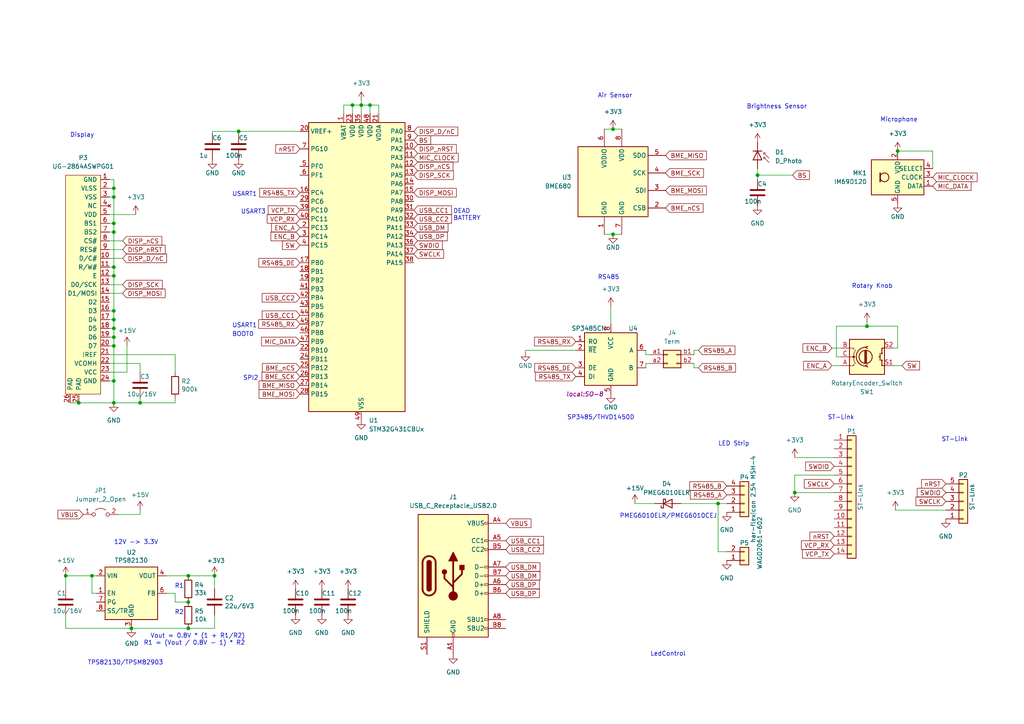
<source format=kicad_sch>
(kicad_sch (version 20230121) (generator eeschema)
  (paper "A4")
  (lib_symbols
    (symbol "Connector:USB_C_Receptacle_USB2.0" (pin_names (offset 1.016))
      (property "Reference" "J" (at -10.16 19.05 0))
      (property "Value" "USB_C_Receptacle_USB2.0" (at 19.05 19.05 0))
      (symbol "USB_C_Receptacle_USB2.0_1_1"
        (pin passive line (at 0 -22.86 90) (length 5.08) (name "GND") (number "A1"))
        (pin passive line (at 0 -22.86 90) (length 5.08) hide (name "GND") (number "A12"))
        (pin passive line (at 15.24 15.24 180) (length 5.08) (name "VBUS") (number "A4"))
        (pin bidirectional line (at 15.24 10.16 180) (length 5.08) (name "CC1") (number "A5"))
        (pin bidirectional line (at 15.24 -2.54 180) (length 5.08) (name "D+") (number "A6"))
        (pin bidirectional line (at 15.24 2.54 180) (length 5.08) (name "D-") (number "A7"))
        (pin bidirectional line (at 15.24 -12.7 180) (length 5.08) (name "SBU1") (number "A8"))
        (pin passive line (at 15.24 15.24 180) (length 5.08) hide (name "VBUS") (number "A9"))
        (pin passive line (at 0 -22.86 90) (length 5.08) hide (name "GND") (number "B1"))
        (pin passive line (at 0 -22.86 90) (length 5.08) hide (name "GND") (number "B12"))
        (pin passive line (at 15.24 15.24 180) (length 5.08) hide (name "VBUS") (number "B4"))
        (pin bidirectional line (at 15.24 7.62 180) (length 5.08) (name "CC2") (number "B5"))
        (pin bidirectional line (at 15.24 -5.08 180) (length 5.08) (name "D+") (number "B6"))
        (pin bidirectional line (at 15.24 0 180) (length 5.08) (name "D-") (number "B7"))
        (pin bidirectional line (at 15.24 -15.24 180) (length 5.08) (name "SBU2") (number "B8"))
        (pin passive line (at 15.24 15.24 180) (length 5.08) hide (name "VBUS") (number "B9"))
        (pin passive line (at -7.62 -22.86 90) (length 5.08) (name "SHIELD") (number "S1"))
      )
    )
    (symbol "Connector_Generic:Conn_01x02" (pin_names (offset 1.016) hide)
      (property "Reference" "J" (at 0 2.54 0))
      (property "Value" "Conn_01x02" (at 0 -5.08 0))
      (symbol "Conn_01x02_1_1"
        (pin passive line (at -5.08 0 0) (length 3.81) (name "Pin_1") (number "1"))
        (pin passive line (at -5.08 -2.54 0) (length 3.81) (name "Pin_2") (number "2"))
      )
    )
    (symbol "Connector_Generic:Conn_01x04" (pin_names (offset 1.016) hide)
      (property "Reference" "J" (at 0 5.08 0))
      (property "Value" "Conn_01x04" (at 0 -7.62 0))
      (symbol "Conn_01x04_1_1"
        (pin passive line (at -5.08 2.54 0) (length 3.81) (name "Pin_1") (number "1"))
        (pin passive line (at -5.08 0 0) (length 3.81) (name "Pin_2") (number "2"))
        (pin passive line (at -5.08 -2.54 0) (length 3.81) (name "Pin_3") (number "3"))
        (pin passive line (at -5.08 -5.08 0) (length 3.81) (name "Pin_4") (number "4"))
      )
    )
    (symbol "Connector_Generic:Conn_01x05" (pin_names (offset 1.016) hide)
      (property "Reference" "J" (at 0 7.62 0))
      (property "Value" "Conn_01x05" (at 0 -7.62 0))
      (symbol "Conn_01x05_1_1"
        (pin passive line (at -5.08 5.08 0) (length 3.81) (name "Pin_1") (number "1"))
        (pin passive line (at -5.08 2.54 0) (length 3.81) (name "Pin_2") (number "2"))
        (pin passive line (at -5.08 0 0) (length 3.81) (name "Pin_3") (number "3"))
        (pin passive line (at -5.08 -2.54 0) (length 3.81) (name "Pin_4") (number "4"))
        (pin passive line (at -5.08 -5.08 0) (length 3.81) (name "Pin_5") (number "5"))
      )
    )
    (symbol "Connector_Generic:Conn_01x14" (pin_names (offset 1.016) hide)
      (property "Reference" "J" (at 0 17.78 0))
      (property "Value" "Conn_01x14" (at 0 -20.32 0))
      (symbol "Conn_01x14_1_1"
        (pin passive line (at -5.08 15.24 0) (length 3.81) (name "Pin_1") (number "1"))
        (pin passive line (at -5.08 -7.62 0) (length 3.81) (name "Pin_10") (number "10"))
        (pin passive line (at -5.08 -10.16 0) (length 3.81) (name "Pin_11") (number "11"))
        (pin passive line (at -5.08 -12.7 0) (length 3.81) (name "Pin_12") (number "12"))
        (pin passive line (at -5.08 -15.24 0) (length 3.81) (name "Pin_13") (number "13"))
        (pin passive line (at -5.08 -17.78 0) (length 3.81) (name "Pin_14") (number "14"))
        (pin passive line (at -5.08 12.7 0) (length 3.81) (name "Pin_2") (number "2"))
        (pin passive line (at -5.08 10.16 0) (length 3.81) (name "Pin_3") (number "3"))
        (pin passive line (at -5.08 7.62 0) (length 3.81) (name "Pin_4") (number "4"))
        (pin passive line (at -5.08 5.08 0) (length 3.81) (name "Pin_5") (number "5"))
        (pin passive line (at -5.08 2.54 0) (length 3.81) (name "Pin_6") (number "6"))
        (pin passive line (at -5.08 0 0) (length 3.81) (name "Pin_7") (number "7"))
        (pin passive line (at -5.08 -2.54 0) (length 3.81) (name "Pin_8") (number "8"))
        (pin passive line (at -5.08 -5.08 0) (length 3.81) (name "Pin_9") (number "9"))
      )
    )
    (symbol "Connector_Generic:Conn_02x02_Row_Letter_First" (pin_names (offset 1.016) hide)
      (property "Reference" "J" (at 1.27 2.54 0))
      (property "Value" "Conn_02x02_Row_Letter_First" (at 1.27 -5.08 0))
      (symbol "Conn_02x02_Row_Letter_First_1_1"
        (pin passive line (at -5.08 0 0) (length 3.81) (name "Pin_a1") (number "a1"))
        (pin passive line (at -5.08 -2.54 0) (length 3.81) (name "Pin_a2") (number "a2"))
        (pin passive line (at 7.62 0 180) (length 3.81) (name "Pin_b1") (number "b1"))
        (pin passive line (at 7.62 -2.54 180) (length 3.81) (name "Pin_b2") (number "b2"))
      )
    )
    (symbol "Device:C" (pin_numbers hide) (pin_names (offset 0.254))
      (property "Reference" "C" (at 0.635 2.54 0))
      (property "Value" "C" (at 0.635 -2.54 0))
      (symbol "C_1_1"
        (pin passive line (at 0 3.81 270) (length 2.794) (name "~") (number "1"))
        (pin passive line (at 0 -3.81 90) (length 2.794) (name "~") (number "2"))
      )
    )
    (symbol "Device:D_Photo" (pin_numbers hide) (pin_names hide)
      (property "Reference" "D" (at 0.508 1.778 0))
      (property "Value" "D_Photo" (at -1.016 -2.794 0))
      (symbol "D_Photo_1_1"
        (pin passive line (at -5.08 0 0) (length 2.54) (name "K") (number "1"))
        (pin passive line (at 2.54 0 180) (length 2.54) (name "A") (number "2"))
      )
    )
    (symbol "Device:D_Schottky" (pin_numbers hide) (pin_names (offset 1.016) hide)
      (property "Reference" "D" (at 0 2.54 0))
      (property "Value" "D_Schottky" (at 0 -2.54 0))
      (symbol "D_Schottky_1_1"
        (pin passive line (at -3.81 0 0) (length 2.54) (name "K") (number "1"))
        (pin passive line (at 3.81 0 180) (length 2.54) (name "A") (number "2"))
      )
    )
    (symbol "Device:R" (pin_numbers hide) (pin_names (offset 0))
      (property "Reference" "R" (at 2.032 0 90))
      (property "Value" "R" (at 0 0 90))
      (symbol "R_1_1"
        (pin passive line (at 0 3.81 270) (length 1.27) (name "~") (number "1"))
        (pin passive line (at 0 -3.81 90) (length 1.27) (name "~") (number "2"))
      )
    )
    (symbol "Device:RotaryEncoder_Switch" (pin_names (offset 0.254) hide)
      (property "Reference" "SW" (at 0 6.604 0))
      (property "Value" "RotaryEncoder_Switch" (at 0 -6.604 0))
      (symbol "RotaryEncoder_Switch_1_1"
        (pin passive line (at -7.62 2.54 0) (length 2.54) (name "A") (number "A"))
        (pin passive line (at -7.62 -2.54 0) (length 2.54) (name "B") (number "B"))
        (pin passive line (at -7.62 0 0) (length 2.54) (name "C") (number "C"))
        (pin passive line (at 7.62 2.54 180) (length 2.54) (name "S1") (number "S1"))
        (pin passive line (at 7.62 -2.54 180) (length 2.54) (name "S2") (number "S2"))
      )
    )
    (symbol "Interface_UART:SP3485CN" (pin_names (offset 1.016))
      (property "Reference" "U" (at -7.62 8.89 0))
      (property "Value" "SP3485CN" (at 2.54 8.89 0))
      (symbol "SP3485CN_1_1"
        (pin output line (at -10.16 5.08 0) (length 2.54) (name "RO") (number "1"))
        (pin input line (at -10.16 2.54 0) (length 2.54) (name "~{RE}") (number "2"))
        (pin input line (at -10.16 -2.54 0) (length 2.54) (name "DE") (number "3"))
        (pin input line (at -10.16 -5.08 0) (length 2.54) (name "DI") (number "4"))
        (pin power_in line (at 0 -10.16 90) (length 2.54) (name "GND") (number "5"))
        (pin bidirectional line (at 10.16 2.54 180) (length 2.54) (name "A") (number "6"))
        (pin bidirectional line (at 10.16 -2.54 180) (length 2.54) (name "B") (number "7"))
        (pin power_in line (at 0 10.16 270) (length 2.54) (name "VCC") (number "8"))
      )
    )
    (symbol "Jumper:Jumper_2_Open" (pin_names (offset 0) hide)
      (property "Reference" "JP" (at 0 2.794 0))
      (property "Value" "Jumper_2_Open" (at 0 -2.286 0))
      (symbol "Jumper_2_Open_1_1"
        (pin passive line (at -5.08 0 0) (length 2.54) (name "A") (number "1"))
        (pin passive line (at 5.08 0 180) (length 2.54) (name "B") (number "2"))
      )
    )
    (symbol "MCU_ST_STM32G4:STM32G431CBUx"
      (property "Reference" "U" (at -12.7 44.45 0))
      (property "Value" "STM32G431CBUx" (at 10.16 44.45 0))
      (symbol "STM32G431CBUx_1_1"
        (pin power_in line (at -2.54 45.72 270) (length 2.54) (name "VBAT") (number "1"))
        (pin bidirectional line (at 17.78 35.56 180) (length 2.54) (name "PA2") (number "10"))
        (pin bidirectional line (at 17.78 33.02 180) (length 2.54) (name "PA3") (number "11"))
        (pin bidirectional line (at 17.78 30.48 180) (length 2.54) (name "PA4") (number "12"))
        (pin bidirectional line (at 17.78 27.94 180) (length 2.54) (name "PA5") (number "13"))
        (pin bidirectional line (at 17.78 25.4 180) (length 2.54) (name "PA6") (number "14"))
        (pin bidirectional line (at 17.78 22.86 180) (length 2.54) (name "PA7") (number "15"))
        (pin bidirectional line (at -15.24 22.86 0) (length 2.54) (name "PC4") (number "16"))
        (pin bidirectional line (at -15.24 2.54 0) (length 2.54) (name "PB0") (number "17"))
        (pin bidirectional line (at -15.24 0 0) (length 2.54) (name "PB1") (number "18"))
        (pin bidirectional line (at -15.24 -2.54 0) (length 2.54) (name "PB2") (number "19"))
        (pin bidirectional line (at -15.24 12.7 0) (length 2.54) (name "PC13") (number "2"))
        (pin input line (at -15.24 40.64 0) (length 2.54) (name "VREF+") (number "20"))
        (pin power_in line (at 7.62 45.72 270) (length 2.54) (name "VDDA") (number "21"))
        (pin bidirectional line (at -15.24 -22.86 0) (length 2.54) (name "PB10") (number "22"))
        (pin power_in line (at 0 45.72 270) (length 2.54) (name "VDD") (number "23"))
        (pin bidirectional line (at -15.24 -25.4 0) (length 2.54) (name "PB11") (number "24"))
        (pin bidirectional line (at -15.24 -27.94 0) (length 2.54) (name "PB12") (number "25"))
        (pin bidirectional line (at -15.24 -30.48 0) (length 2.54) (name "PB13") (number "26"))
        (pin bidirectional line (at -15.24 -33.02 0) (length 2.54) (name "PB14") (number "27"))
        (pin bidirectional line (at -15.24 -35.56 0) (length 2.54) (name "PB15") (number "28"))
        (pin bidirectional line (at -15.24 20.32 0) (length 2.54) (name "PC6") (number "29"))
        (pin bidirectional line (at -15.24 10.16 0) (length 2.54) (name "PC14") (number "3"))
        (pin bidirectional line (at 17.78 20.32 180) (length 2.54) (name "PA8") (number "30"))
        (pin bidirectional line (at 17.78 17.78 180) (length 2.54) (name "PA9") (number "31"))
        (pin bidirectional line (at 17.78 15.24 180) (length 2.54) (name "PA10") (number "32"))
        (pin bidirectional line (at 17.78 12.7 180) (length 2.54) (name "PA11") (number "33"))
        (pin bidirectional line (at 17.78 10.16 180) (length 2.54) (name "PA12") (number "34"))
        (pin power_in line (at 2.54 45.72 270) (length 2.54) (name "VDD") (number "35"))
        (pin bidirectional line (at 17.78 7.62 180) (length 2.54) (name "PA13") (number "36"))
        (pin bidirectional line (at 17.78 5.08 180) (length 2.54) (name "PA14") (number "37"))
        (pin bidirectional line (at 17.78 2.54 180) (length 2.54) (name "PA15") (number "38"))
        (pin bidirectional line (at -15.24 17.78 0) (length 2.54) (name "PC10") (number "39"))
        (pin bidirectional line (at -15.24 7.62 0) (length 2.54) (name "PC15") (number "4"))
        (pin bidirectional line (at -15.24 15.24 0) (length 2.54) (name "PC11") (number "40"))
        (pin bidirectional line (at -15.24 -5.08 0) (length 2.54) (name "PB3") (number "41"))
        (pin bidirectional line (at -15.24 -7.62 0) (length 2.54) (name "PB4") (number "42"))
        (pin bidirectional line (at -15.24 -10.16 0) (length 2.54) (name "PB5") (number "43"))
        (pin bidirectional line (at -15.24 -12.7 0) (length 2.54) (name "PB6") (number "44"))
        (pin bidirectional line (at -15.24 -15.24 0) (length 2.54) (name "PB7") (number "45"))
        (pin bidirectional line (at -15.24 -17.78 0) (length 2.54) (name "PB8") (number "46"))
        (pin bidirectional line (at -15.24 -20.32 0) (length 2.54) (name "PB9") (number "47"))
        (pin power_in line (at 5.08 45.72 270) (length 2.54) (name "VDD") (number "48"))
        (pin power_in line (at 2.54 -43.18 90) (length 2.54) (name "VSS") (number "49"))
        (pin bidirectional line (at -15.24 30.48 0) (length 2.54) (name "PF0") (number "5"))
        (pin bidirectional line (at -15.24 27.94 0) (length 2.54) (name "PF1") (number "6"))
        (pin bidirectional line (at -15.24 35.56 0) (length 2.54) (name "PG10") (number "7"))
        (pin bidirectional line (at 17.78 40.64 180) (length 2.54) (name "PA0") (number "8"))
        (pin bidirectional line (at 17.78 38.1 180) (length 2.54) (name "PA1") (number "9"))
      )
    )
    (symbol "Regulator_Switching:TPS82130"
      (property "Reference" "U" (at 1.27 11.43 0))
      (property "Value" "TPS82130" (at 5.08 8.89 0))
      (symbol "TPS82130_1_1"
        (pin input line (at -10.16 0 0) (length 2.54) (name "EN") (number "1"))
        (pin power_in line (at -10.16 5.08 0) (length 2.54) (name "VIN") (number "2"))
        (pin power_in line (at 0 -10.16 90) (length 2.54) (name "GND") (number "3"))
        (pin power_out line (at 10.16 5.08 180) (length 2.54) (name "VOUT") (number "4"))
        (pin passive line (at 10.16 5.08 180) (length 2.54) hide (name "VOUT") (number "5"))
        (pin input line (at 10.16 0 180) (length 2.54) (name "FB") (number "6"))
        (pin open_collector line (at -10.16 -2.54 0) (length 2.54) (name "PG") (number "7"))
        (pin input line (at -10.16 -5.08 0) (length 2.54) (name "SS/TR") (number "8"))
        (pin passive line (at 0 -10.16 90) (length 2.54) hide (name "GND") (number "9"))
      )
    )
    (symbol "Sensor:BME680"
      (property "Reference" "U" (at -8.89 11.43 0))
      (property "Value" "BME680" (at 7.62 11.43 0))
      (symbol "BME680_1_1"
        (pin power_in line (at -2.54 -15.24 90) (length 5.08) (name "GND") (number "1"))
        (pin input line (at 15.24 -7.62 180) (length 5.08) (name "CSB") (number "2"))
        (pin bidirectional line (at 15.24 -2.54 180) (length 5.08) (name "SDI") (number "3"))
        (pin input line (at 15.24 2.54 180) (length 5.08) (name "SCK") (number "4"))
        (pin bidirectional line (at 15.24 7.62 180) (length 5.08) (name "SDO") (number "5"))
        (pin power_in line (at -2.54 15.24 270) (length 5.08) (name "VDDIO") (number "6"))
        (pin power_in line (at 2.54 -15.24 90) (length 5.08) (name "GND") (number "7"))
        (pin power_in line (at 2.54 15.24 270) (length 5.08) (name "VDD") (number "8"))
      )
    )
    (symbol "Sensor_Audio:IM69D120" (pin_names (offset 0.254))
      (property "Reference" "MK" (at -7.62 6.35 0))
      (property "Value" "IM69D120" (at 1.27 6.35 0))
      (symbol "IM69D120_1_1"
        (pin output line (at 10.16 -2.54 180) (length 2.54) (name "DATA") (number "1"))
        (pin power_in line (at 0 7.62 270) (length 2.54) (name "VDD") (number "2"))
        (pin input line (at 10.16 0 180) (length 2.54) (name "CLOCK") (number "3"))
        (pin input line (at 10.16 2.54 180) (length 2.54) (name "SELECT") (number "4"))
        (pin power_in line (at 0 -7.62 90) (length 2.54) (name "GND") (number "5"))
      )
    )
    (symbol "UG-2864ASWPG01_1" (pin_names (offset 1.016))
      (property "Reference" "P" (at -10.16 33.02 0))
      (property "Value" "UG-2864ASWPG01" (at 1.27 33.02 0))
      (symbol "UG-2864ASWPG01_1_1_1"
        (pin power_in line (at 2.54 30.48 180) (length 2.54) (name "GND") (number "1"))
        (pin input line (at 2.54 7.62 180) (length 2.54) (name "D/C#") (number "10"))
        (pin input line (at 2.54 5.08 180) (length 2.54) (name "R/W#") (number "11"))
        (pin input line (at 2.54 2.54 180) (length 2.54) (name "E") (number "12"))
        (pin input line (at 2.54 0 180) (length 2.54) (name "D0/SCK") (number "13"))
        (pin input line (at 2.54 -2.54 180) (length 2.54) (name "D1/MOSI") (number "14"))
        (pin input line (at 2.54 -5.08 180) (length 2.54) (name "D2") (number "15"))
        (pin input line (at 2.54 -7.62 180) (length 2.54) (name "D3") (number "16"))
        (pin input line (at 2.54 -10.16 180) (length 2.54) (name "D4") (number "17"))
        (pin input line (at 2.54 -12.7 180) (length 2.54) (name "D5") (number "18"))
        (pin input line (at 2.54 -15.24 180) (length 2.54) (name "D6") (number "19"))
        (pin power_in line (at 2.54 27.94 180) (length 2.54) (name "VLSS") (number "2"))
        (pin input line (at 2.54 -17.78 180) (length 2.54) (name "D7") (number "20"))
        (pin input line (at 2.54 -20.32 180) (length 2.54) (name "IREF") (number "21"))
        (pin input line (at 2.54 -22.86 180) (length 2.54) (name "VCOMH") (number "22"))
        (pin power_in line (at 2.54 -25.4 180) (length 2.54) (name "VCC") (number "23"))
        (pin power_in line (at 2.54 -27.94 180) (length 2.54) (name "GND") (number "24"))
        (pin free line (at -6.35 -34.29 90) (length 2.54) (name "PAD") (number "25"))
        (pin free line (at -8.89 -34.29 90) (length 2.54) (name "PAD") (number "26"))
        (pin power_in line (at 2.54 25.4 180) (length 2.54) (name "VSS") (number "3"))
        (pin no_connect line (at 2.54 22.86 180) (length 2.54) (name "NC") (number "4"))
        (pin power_in line (at 2.54 20.32 180) (length 2.54) (name "VDD") (number "5"))
        (pin input line (at 2.54 17.78 180) (length 2.54) (name "BS1") (number "6"))
        (pin input line (at 2.54 15.24 180) (length 2.54) (name "BS2") (number "7"))
        (pin input line (at 2.54 12.7 180) (length 2.54) (name "CS#") (number "8"))
        (pin input line (at 2.54 10.16 180) (length 2.54) (name "RES#") (number "9"))
      )
    )
    (symbol "power:+15V" (power) (pin_names (offset 0))
      (property "Value" "+15V" (at 0 3.556 0))
      (symbol "+15V_1_1"
        (pin power_in line (at 0 0 90) (length 0) hide (name "+15V") (number "1"))
      )
    )
    (symbol "power:+3V3" (power) (pin_names (offset 0))
      (property "Value" "+3V3" (at 0 3.556 0))
      (symbol "+3V3_1_1"
        (pin power_in line (at 0 0 90) (length 0) hide (name "+3V3") (number "1"))
      )
    )
    (symbol "power:GND" (power) (pin_names (offset 0))
      (property "Value" "GND" (at 0 -3.81 0))
      (symbol "GND_1_1"
        (pin power_in line (at 0 0 270) (length 0) hide (name "GND") (number "1"))
      )
    )
  )
  (junction (at 230.505 142.875))
  (junction (at 177.8 67.945))
  (junction (at 33.02 64.77))
  (junction (at 33.02 100.33))
  (junction (at 260.35 43.815))
  (junction (at 102.235 30.48))
  (junction (at 33.02 110.49))
  (junction (at 33.02 54.61))
  (junction (at 33.02 77.47))
  (junction (at 33.02 90.17))
  (junction (at 40.64 116.84))
  (junction (at 33.02 92.71))
  (junction (at 54.61 174.625))
  (junction (at 177.8 37.465))
  (junction (at 33.02 57.15))
  (junction (at 22.86 116.84))
  (junction (at 251.46 94.615))
  (junction (at 69.215 38.1))
  (junction (at 33.02 67.31))
  (junction (at 38.1 182.245))
  (junction (at 33.02 97.79))
  (junction (at 33.02 95.25))
  (junction (at 104.775 30.48))
  (junction (at 19.05 167.005))
  (junction (at 26.67 167.005))
  (junction (at 54.61 182.245))
  (junction (at 54.61 167.005))
  (junction (at 107.315 30.48))
  (junction (at 219.71 50.8))
  (junction (at 33.02 116.84))
  (junction (at 33.02 80.01))
  (junction (at 62.23 167.005))
  (junction (at 208.28 146.05))
  (wire (pts (xy 33.02 92.71) (xy 33.02 95.25)))
  (wire (pts (xy 270.51 48.895) (xy 270.51 43.815)))
  (wire (pts (xy 61.595 38.1) (xy 69.215 38.1)))
  (wire (pts (xy 33.02 64.77) (xy 33.02 67.31)))
  (wire (pts (xy 33.02 97.79) (xy 33.02 100.33)))
  (wire (pts (xy 48.26 167.005) (xy 54.61 167.005)))
  (wire (pts (xy 33.02 54.61) (xy 33.02 57.15)))
  (wire (pts (xy 152.4 102.235) (xy 152.4 101.6)))
  (wire (pts (xy 34.29 149.225) (xy 40.64 149.225)))
  (wire (pts (xy 187.325 106.68) (xy 187.325 105.41)))
  (wire (pts (xy 219.71 48.895) (xy 219.71 50.8)))
  (wire (pts (xy 38.1 182.245) (xy 54.61 182.245)))
  (wire (pts (xy 33.02 57.15) (xy 33.02 64.77)))
  (wire (pts (xy 22.86 116.84) (xy 33.02 116.84)))
  (wire (pts (xy 210.82 160.02) (xy 208.28 160.02)))
  (wire (pts (xy 259.08 106.045) (xy 261.62 106.045)))
  (wire (pts (xy 31.75 80.01) (xy 33.02 80.01)))
  (wire (pts (xy 26.67 172.085) (xy 26.67 167.005)))
  (wire (pts (xy 40.64 116.84) (xy 40.64 115.57)))
  (wire (pts (xy 175.26 67.945) (xy 177.8 67.945)))
  (wire (pts (xy 33.02 52.07) (xy 33.02 54.61)))
  (wire (pts (xy 33.02 77.47) (xy 33.02 80.01)))
  (wire (pts (xy 241.3 100.965) (xy 243.84 100.965)))
  (wire (pts (xy 260.35 94.615) (xy 251.46 94.615)))
  (wire (pts (xy 219.71 50.8) (xy 219.71 52.07)))
  (wire (pts (xy 19.05 170.815) (xy 19.05 167.005)))
  (wire (pts (xy 31.75 62.23) (xy 39.37 62.23)))
  (wire (pts (xy 104.775 30.48) (xy 104.775 33.02)))
  (wire (pts (xy 260.35 94.615) (xy 260.35 100.965)))
  (wire (pts (xy 31.75 69.85) (xy 35.56 69.85)))
  (wire (pts (xy 201.295 106.68) (xy 201.295 105.41)))
  (wire (pts (xy 31.75 102.87) (xy 50.8 102.87)))
  (wire (pts (xy 31.75 67.31) (xy 33.02 67.31)))
  (wire (pts (xy 19.05 182.245) (xy 38.1 182.245)))
  (wire (pts (xy 31.75 105.41) (xy 40.64 105.41)))
  (wire (pts (xy 31.75 100.33) (xy 33.02 100.33)))
  (wire (pts (xy 33.02 110.49) (xy 33.02 116.84)))
  (wire (pts (xy 50.8 116.84) (xy 50.8 115.57)))
  (wire (pts (xy 62.23 167.005) (xy 54.61 167.005)))
  (wire (pts (xy 40.64 149.225) (xy 40.64 147.955)))
  (wire (pts (xy 31.75 95.25) (xy 33.02 95.25)))
  (wire (pts (xy 102.235 33.02) (xy 102.235 30.48)))
  (wire (pts (xy 40.64 116.84) (xy 50.8 116.84)))
  (wire (pts (xy 61.595 38.735) (xy 61.595 38.1)))
  (wire (pts (xy 31.75 64.77) (xy 33.02 64.77)))
  (wire (pts (xy 184.15 146.05) (xy 189.865 146.05)))
  (wire (pts (xy 202.565 106.68) (xy 201.295 106.68)))
  (wire (pts (xy 31.75 72.39) (xy 35.56 72.39)))
  (wire (pts (xy 31.75 107.95) (xy 36.83 107.95)))
  (wire (pts (xy 31.75 52.07) (xy 33.02 52.07)))
  (wire (pts (xy 242.57 103.505) (xy 243.84 103.505)))
  (wire (pts (xy 62.23 182.245) (xy 62.23 178.435)))
  (wire (pts (xy 270.51 43.815) (xy 260.35 43.815)))
  (wire (pts (xy 241.935 137.795) (xy 230.505 137.795)))
  (wire (pts (xy 99.695 30.48) (xy 102.235 30.48)))
  (wire (pts (xy 197.485 146.05) (xy 208.28 146.05)))
  (wire (pts (xy 33.02 100.33) (xy 33.02 110.49)))
  (wire (pts (xy 208.28 160.02) (xy 208.28 146.05)))
  (wire (pts (xy 260.35 100.965) (xy 259.08 100.965)))
  (wire (pts (xy 152.4 101.6) (xy 167.005 101.6)))
  (wire (pts (xy 40.64 105.41) (xy 40.64 107.95)))
  (wire (pts (xy 175.26 37.465) (xy 177.8 37.465)))
  (wire (pts (xy 230.505 142.875) (xy 241.935 142.875)))
  (wire (pts (xy 102.235 30.48) (xy 104.775 30.48)))
  (wire (pts (xy 230.505 137.795) (xy 230.505 142.875)))
  (wire (pts (xy 19.05 178.435) (xy 19.05 182.245)))
  (wire (pts (xy 62.23 170.815) (xy 62.23 167.005)))
  (wire (pts (xy 50.8 174.625) (xy 54.61 174.625)))
  (wire (pts (xy 241.935 132.715) (xy 230.505 132.715)))
  (wire (pts (xy 26.67 167.005) (xy 27.94 167.005)))
  (wire (pts (xy 99.695 33.02) (xy 99.695 30.48)))
  (wire (pts (xy 54.61 182.245) (xy 62.23 182.245)))
  (wire (pts (xy 86.995 38.1) (xy 69.215 38.1)))
  (wire (pts (xy 177.165 88.9) (xy 177.165 93.98)))
  (wire (pts (xy 208.28 146.05) (xy 210.82 146.05)))
  (wire (pts (xy 50.8 102.87) (xy 50.8 107.95)))
  (wire (pts (xy 107.315 30.48) (xy 107.315 33.02)))
  (wire (pts (xy 33.02 80.01) (xy 33.02 90.17)))
  (wire (pts (xy 27.94 172.085) (xy 26.67 172.085)))
  (wire (pts (xy 251.46 93.345) (xy 251.46 94.615)))
  (wire (pts (xy 31.75 110.49) (xy 33.02 110.49)))
  (wire (pts (xy 31.75 97.79) (xy 33.02 97.79)))
  (wire (pts (xy 104.775 29.21) (xy 104.775 30.48)))
  (wire (pts (xy 33.02 90.17) (xy 33.02 92.71)))
  (wire (pts (xy 187.325 101.6) (xy 187.325 102.87)))
  (wire (pts (xy 251.46 94.615) (xy 242.57 94.615)))
  (wire (pts (xy 177.8 67.945) (xy 180.34 67.945)))
  (wire (pts (xy 259.715 147.955) (xy 274.32 147.955)))
  (wire (pts (xy 36.83 107.95) (xy 36.83 100.33)))
  (wire (pts (xy 19.05 167.005) (xy 26.67 167.005)))
  (wire (pts (xy 33.02 95.25) (xy 33.02 97.79)))
  (wire (pts (xy 201.295 102.87) (xy 201.295 101.6)))
  (wire (pts (xy 31.75 85.09) (xy 35.56 85.09)))
  (wire (pts (xy 50.8 172.085) (xy 50.8 174.625)))
  (wire (pts (xy 242.57 94.615) (xy 242.57 103.505)))
  (wire (pts (xy 31.75 77.47) (xy 33.02 77.47)))
  (wire (pts (xy 33.02 67.31) (xy 33.02 77.47)))
  (wire (pts (xy 69.215 38.1) (xy 69.215 38.735)))
  (wire (pts (xy 187.325 102.87) (xy 188.595 102.87)))
  (wire (pts (xy 31.75 74.93) (xy 35.56 74.93)))
  (wire (pts (xy 177.8 37.465) (xy 180.34 37.465)))
  (wire (pts (xy 31.75 54.61) (xy 33.02 54.61)))
  (wire (pts (xy 20.32 116.84) (xy 22.86 116.84)))
  (wire (pts (xy 48.26 172.085) (xy 50.8 172.085)))
  (wire (pts (xy 31.75 82.55) (xy 35.56 82.55)))
  (wire (pts (xy 241.3 106.045) (xy 243.84 106.045)))
  (wire (pts (xy 109.855 30.48) (xy 109.855 33.02)))
  (wire (pts (xy 219.71 50.8) (xy 229.87 50.8)))
  (wire (pts (xy 187.325 105.41) (xy 188.595 105.41)))
  (wire (pts (xy 201.295 101.6) (xy 202.565 101.6)))
  (wire (pts (xy 31.75 90.17) (xy 33.02 90.17)))
  (wire (pts (xy 104.775 30.48) (xy 107.315 30.48)))
  (wire (pts (xy 107.315 30.48) (xy 109.855 30.48)))
  (wire (pts (xy 31.75 92.71) (xy 33.02 92.71)))
  (wire (pts (xy 31.75 57.15) (xy 33.02 57.15)))
  (wire (pts (xy 33.02 116.84) (xy 40.64 116.84)))
  (text "12V -> 3.3V" (at 33.02 158.115 0) (effects (font (size 1.27 1.27)) (justify left bottom)))
  (text "LED Strip" (at 208.28 129.54 0) (effects (font (size 1.27 1.27)) (justify left bottom)))
  (text "BOOT0" (at 67.31 97.79 0) (effects (font (size 1.27 1.27)) (justify left bottom)))
  (text "SPI2" (at 70.485 110.49 0) (effects (font (size 1.27 1.27)) (justify left bottom)))
  (text "PMEG6010ELR/PMEG6010CEJ " (at 179.705 150.495 0) (effects (font (size 1.27 1.27)) (justify left bottom)))
  (text "ST-Link" (at 240.03 121.92 0) (effects (font (size 1.27 1.27)) (justify left bottom)))
  (text "Vout = 0.8V * (1 + R1/R2)\nR1 = (Vout / 0.8V - 1) * R2" (at 71.12 187.325 0) (effects (font (size 1.27 1.27)) (justify right bottom)))
  (text "R1" (at 53.34 170.815 0) (effects (font (size 1.27 1.27)) (justify right bottom)))
  (text "SP3485/THVD1450D" (at 164.465 121.92 0) (effects (font (size 1.27 1.27)) (justify left bottom)))
  (text "DEAD\nBATTERY" (at 131.445 64.135 0) (effects (font (size 1.27 1.27)) (justify left bottom)))
  (text "Display" (at 20.32 40.005 0) (effects (font (size 1.27 1.27)) (justify left bottom)))
  (text "Air Sensor" (at 173.355 28.575 0) (effects (font (size 1.27 1.27)) (justify left bottom)))
  (text "USART3" (at 69.85 62.23 0) (effects (font (size 1.27 1.27)) (justify left bottom)))
  (text "Microphone" (at 255.27 35.56 0) (effects (font (size 1.27 1.27)) (justify left bottom)))
  (text "LedControl" (at 188.595 190.5 0) (effects (font (size 1.27 1.27)) (justify left bottom)))
  (text "RS485" (at 173.355 81.28 0) (effects (font (size 1.27 1.27)) (justify left bottom)))
  (text "USART1" (at 67.31 95.25 0) (effects (font (size 1.27 1.27)) (justify left bottom)))
  (text "R2" (at 53.34 178.435 0) (effects (font (size 1.27 1.27)) (justify right bottom)))
  (text "Brightness Sensor" (at 216.535 31.75 0) (effects (font (size 1.27 1.27)) (justify left bottom)))
  (text "TPS82130/TPSM82903" (at 25.4 193.04 0) (effects (font (size 1.27 1.27)) (justify left bottom)))
  (text "Rotary Knob" (at 247.015 83.82 0) (effects (font (size 1.27 1.27)) (justify left bottom)))
  (text "USART1" (at 67.31 57.15 0) (effects (font (size 1.27 1.27)) (justify left bottom)))
  (text "ST-Link" (at 273.05 128.27 0) (effects (font (size 1.27 1.27)) (justify left bottom)))
  (global_label "nRST" (shape input) (at 274.32 140.335 180) (property "Intersheetrefs" "${INTERSHEET_REFS}" (effects hide)))
  (global_label "USB_DM" (shape input) (at 146.685 167.005 0) (property "Intersheetrefs" "${INTERSHEET_REFS}" (effects hide)))
  (global_label "SWDIO" (shape input) (at 241.935 135.255 180) (property "Intersheetrefs" "${INTERSHEET_REFS}" (effects hide)))
  (global_label "BME_nCS" (shape input) (at 86.995 106.68 180) (property "Intersheetrefs" "${INTERSHEET_REFS}" (effects hide)))
  (global_label "BME_MOSI" (shape input) (at 193.04 55.245 0) (property "Intersheetrefs" "${INTERSHEET_REFS}" (effects hide)))
  (global_label "DISP_MOSI" (shape input) (at 120.015 55.88 0) (property "Intersheetrefs" "${INTERSHEET_REFS}" (effects hide)))
  (global_label "MIC_CLOCK" (shape input) (at 120.015 45.72 0) (property "Intersheetrefs" "${INTERSHEET_REFS}" (effects hide)))
  (global_label "BME_SCK" (shape input) (at 193.04 50.165 0) (property "Intersheetrefs" "${INTERSHEET_REFS}" (effects hide)))
  (global_label "SWCLK" (shape input) (at 241.935 140.335 180) (property "Intersheetrefs" "${INTERSHEET_REFS}" (effects hide)))
  (global_label "BME_MISO" (shape input) (at 86.995 111.76 180) (property "Intersheetrefs" "${INTERSHEET_REFS}" (effects hide)))
  (global_label "RS485_RX" (shape input) (at 86.995 93.98 180) (property "Intersheetrefs" "${INTERSHEET_REFS}" (effects hide)))
  (global_label "DISP_nCS" (shape input) (at 120.015 48.26 0) (property "Intersheetrefs" "${INTERSHEET_REFS}" (effects hide)))
  (global_label "DISP_D{slash}nC" (shape input) (at 35.56 74.93 0) (property "Intersheetrefs" "${INTERSHEET_REFS}" (effects hide)))
  (global_label "VCP_RX" (shape input) (at 241.935 158.115 180) (property "Intersheetrefs" "${INTERSHEET_REFS}" (effects hide)))
  (global_label "SW" (shape input) (at 261.62 106.045 0) (property "Intersheetrefs" "${INTERSHEET_REFS}" (effects hide)))
  (global_label "USB_DM" (shape input) (at 120.015 66.04 0) (property "Intersheetrefs" "${INTERSHEET_REFS}" (effects hide)))
  (global_label "ENC_B" (shape input) (at 241.3 100.965 180) (property "Intersheetrefs" "${INTERSHEET_REFS}" (effects hide)))
  (global_label "DISP_nRST" (shape input) (at 35.56 72.39 0) (property "Intersheetrefs" "${INTERSHEET_REFS}" (effects hide)))
  (global_label "BS" (shape input) (at 229.87 50.8 0) (property "Intersheetrefs" "${INTERSHEET_REFS}" (effects hide)))
  (global_label "USB_DP" (shape input) (at 146.685 169.545 0) (property "Intersheetrefs" "${INTERSHEET_REFS}" (effects hide)))
  (global_label "DISP_MOSI" (shape input) (at 35.56 85.09 0) (property "Intersheetrefs" "${INTERSHEET_REFS}" (effects hide)))
  (global_label "VCP_RX" (shape input) (at 86.995 63.5 180) (property "Intersheetrefs" "${INTERSHEET_REFS}" (effects hide)))
  (global_label "SW" (shape input) (at 86.995 71.12 180) (property "Intersheetrefs" "${INTERSHEET_REFS}" (effects hide)))
  (global_label "MIC_CLOCK" (shape input) (at 270.51 51.435 0) (property "Intersheetrefs" "${INTERSHEET_REFS}" (effects hide)))
  (global_label "USB_CC1" (shape input) (at 120.015 60.96 0) (property "Intersheetrefs" "${INTERSHEET_REFS}" (effects hide)))
  (global_label "RS485_B" (shape input) (at 210.82 140.97 180) (property "Intersheetrefs" "${INTERSHEET_REFS}" (effects hide)))
  (global_label "USB_DP" (shape input) (at 120.015 68.58 0) (property "Intersheetrefs" "${INTERSHEET_REFS}" (effects hide)))
  (global_label "RS485_TX" (shape input) (at 167.005 109.22 180) (property "Intersheetrefs" "${INTERSHEET_REFS}" (effects hide)))
  (global_label "BS" (shape input) (at 120.015 40.64 0) (property "Intersheetrefs" "${INTERSHEET_REFS}" (effects hide)))
  (global_label "USB_CC1" (shape input) (at 86.995 91.44 180) (property "Intersheetrefs" "${INTERSHEET_REFS}" (effects hide)))
  (global_label "BME_nCS" (shape input) (at 193.04 60.325 0) (property "Intersheetrefs" "${INTERSHEET_REFS}" (effects hide)))
  (global_label "DISP_nRST" (shape input) (at 120.015 43.18 0) (property "Intersheetrefs" "${INTERSHEET_REFS}" (effects hide)))
  (global_label "ENC_A" (shape input) (at 86.995 66.04 180) (property "Intersheetrefs" "${INTERSHEET_REFS}" (effects hide)))
  (global_label "BME_MOSI" (shape input) (at 86.995 114.3 180) (property "Intersheetrefs" "${INTERSHEET_REFS}" (effects hide)))
  (global_label "BME_MISO" (shape input) (at 193.04 45.085 0) (property "Intersheetrefs" "${INTERSHEET_REFS}" (effects hide)))
  (global_label "USB_DP" (shape input) (at 146.685 172.085 0) (property "Intersheetrefs" "${INTERSHEET_REFS}" (effects hide)))
  (global_label "MIC_DATA" (shape input) (at 86.995 99.06 180) (property "Intersheetrefs" "${INTERSHEET_REFS}" (effects hide)))
  (global_label "VCP_TX" (shape input) (at 241.935 160.655 180) (property "Intersheetrefs" "${INTERSHEET_REFS}" (effects hide)))
  (global_label "RS485_DE" (shape input) (at 86.995 76.2 180) (property "Intersheetrefs" "${INTERSHEET_REFS}" (effects hide)))
  (global_label "RS485_A" (shape input) (at 210.82 143.51 180) (property "Intersheetrefs" "${INTERSHEET_REFS}" (effects hide)))
  (global_label "MIC_DATA" (shape input) (at 270.51 53.975 0) (property "Intersheetrefs" "${INTERSHEET_REFS}" (effects hide)))
  (global_label "ENC_B" (shape input) (at 86.995 68.58 180) (property "Intersheetrefs" "${INTERSHEET_REFS}" (effects hide)))
  (global_label "DISP_nCS" (shape input) (at 35.56 69.85 0) (property "Intersheetrefs" "${INTERSHEET_REFS}" (effects hide)))
  (global_label "USB_DM" (shape input) (at 146.685 164.465 0) (property "Intersheetrefs" "${INTERSHEET_REFS}" (effects hide)))
  (global_label "RS485_B" (shape input) (at 202.565 106.68 0) (property "Intersheetrefs" "${INTERSHEET_REFS}" (effects hide)))
  (global_label "VCP_TX" (shape input) (at 86.995 60.96 180) (property "Intersheetrefs" "${INTERSHEET_REFS}" (effects hide)))
  (global_label "BME_SCK" (shape input) (at 86.995 109.22 180) (property "Intersheetrefs" "${INTERSHEET_REFS}" (effects hide)))
  (global_label "nRST" (shape input) (at 241.935 155.575 180) (property "Intersheetrefs" "${INTERSHEET_REFS}" (effects hide)))
  (global_label "nRST" (shape input) (at 86.995 43.18 180) (property "Intersheetrefs" "${INTERSHEET_REFS}" (effects hide)))
  (global_label "RS485_TX" (shape input) (at 86.995 55.88 180) (property "Intersheetrefs" "${INTERSHEET_REFS}" (effects hide)))
  (global_label "USB_CC2" (shape input) (at 146.685 159.385 0) (property "Intersheetrefs" "${INTERSHEET_REFS}" (effects hide)))
  (global_label "VBUS" (shape input) (at 146.685 151.765 0) (property "Intersheetrefs" "${INTERSHEET_REFS}" (effects hide)))
  (global_label "VBUS" (shape input) (at 24.13 149.225 180) (property "Intersheetrefs" "${INTERSHEET_REFS}" (effects hide)))
  (global_label "DISP_SCK" (shape input) (at 35.56 82.55 0) (property "Intersheetrefs" "${INTERSHEET_REFS}" (effects hide)))
  (global_label "USB_CC2" (shape input) (at 86.995 86.36 180) (property "Intersheetrefs" "${INTERSHEET_REFS}" (effects hide)))
  (global_label "SWCLK" (shape input) (at 274.32 145.415 180) (property "Intersheetrefs" "${INTERSHEET_REFS}" (effects hide)))
  (global_label "ENC_A" (shape input) (at 241.3 106.045 180) (property "Intersheetrefs" "${INTERSHEET_REFS}" (effects hide)))
  (global_label "DISP_SCK" (shape input) (at 120.015 50.8 0) (property "Intersheetrefs" "${INTERSHEET_REFS}" (effects hide)))
  (global_label "SWDIO" (shape input) (at 120.015 71.12 0) (property "Intersheetrefs" "${INTERSHEET_REFS}" (effects hide)))
  (global_label "USB_CC2" (shape input) (at 120.015 63.5 0) (property "Intersheetrefs" "${INTERSHEET_REFS}" (effects hide)))
  (global_label "SWCLK" (shape input) (at 120.015 73.66 0) (property "Intersheetrefs" "${INTERSHEET_REFS}" (effects hide)))
  (global_label "RS485_A" (shape input) (at 202.565 101.6 0) (property "Intersheetrefs" "${INTERSHEET_REFS}" (effects hide)))
  (global_label "DISP_D{slash}nC" (shape input) (at 120.015 38.1 0) (property "Intersheetrefs" "${INTERSHEET_REFS}" (effects hide)))
  (global_label "RS485_RX" (shape input) (at 167.005 99.06 180) (property "Intersheetrefs" "${INTERSHEET_REFS}" (effects hide)))
  (global_label "RS485_DE" (shape input) (at 167.005 106.68 180) (property "Intersheetrefs" "${INTERSHEET_REFS}" (effects hide)))
  (global_label "SWDIO" (shape input) (at 274.32 142.875 180) (property "Intersheetrefs" "${INTERSHEET_REFS}" (effects hide)))
  (global_label "USB_CC1" (shape input) (at 146.685 156.845 0) (property "Intersheetrefs" "${INTERSHEET_REFS}" (effects hide)))
  (symbol (lib_id "Sensor:BME680") (at 177.8 52.705 0) (unit 1)
    (property "Reference" "U3" (at 165.735 51.435 0) (effects (justify right)))
    (property "Value" "BME680" (at 165.735 53.975 0) (effects (justify right)))
    (property "Footprint" "local:BME680" (effects hide))
    (property "Datasheet" "https://ae-bst.resource.bosch.com/media/_tech/media/datasheets/BST-BME680-DS001.pdf" (effects hide))
  )
  (symbol (lib_id "Device:D_Photo") (at 219.71 46.355 270) (unit 1)
    (property "Reference" "D1" (at 224.79 44.1325 90) (effects (justify left)))
    (property "Value" "D_Photo" (at 224.79 46.6725 90) (effects (justify left)))
    (property "Footprint" "local:PhotoDiode" (effects hide))
  )
  (symbol (lib_id "power:+3V3") (at 259.715 147.955 0) (unit 1)
    (property "Reference" "#PWR019" (effects hide))
    (property "Value" "+3V3" (at 259.715 142.875 0))
  )
  (symbol (lib_id "Device:D_Schottky") (at 193.675 146.05 0) (mirror x) (unit 1)
    (property "Reference" "D4" (at 193.3575 140.335 0))
    (property "Value" "PMEG6010ELR" (at 193.3575 142.875 0))
    (property "Footprint" "local:PMEG6010ELR" (effects hide))
  )
  (symbol (lib_id "power:+3V3") (at 85.725 170.815 0) (unit 1)
    (property "Reference" "#PWR04" (effects hide))
    (property "Value" "+3V3" (at 85.725 165.735 0))
  )
  (symbol (lib_id "Connector_Generic:Conn_01x14") (at 247.015 142.875 0) (unit 1)
    (property "Reference" "P1" (at 247.015 125.095 0))
    (property "Value" "ST-Link" (at 249.555 144.145 90))
    (property "Footprint" "local:FTSH-107-01-L-DV-K" (effects hide))
  )
  (symbol (lib_id "power:+3V3") (at 219.71 41.275 0) (unit 1)
    (property "Reference" "#PWR029" (effects hide))
    (property "Value" "+3V3" (at 219.71 36.195 0))
  )
  (symbol (lib_id "power:GND") (at 177.8 67.945 0) (unit 1)
    (property "Reference" "#PWR023" (effects hide))
    (property "Value" "GND" (at 177.8 71.755 0))
  )
  (symbol (lib_id "power:GND") (at 100.965 178.435 0) (unit 1)
    (property "Reference" "#PWR033" (effects hide))
    (property "Value" "GND" (at 100.965 183.515 0))
  )
  (symbol (lib_id "power:GND") (at 33.02 116.84 0) (unit 1)
    (property "Reference" "#PWR01" (effects hide))
    (property "Value" "GND" (at 33.02 121.92 0))
  )
  (symbol (lib_id "power:GND") (at 61.595 46.355 0) (unit 1)
    (property "Reference" "#PWR031" (effects hide))
    (property "Value" "GND" (at 61.595 50.165 0))
  )
  (symbol (lib_id "power:GND") (at 260.35 59.055 0) (unit 1)
    (property "Reference" "#PWR025" (effects hide))
    (property "Value" "GND" (at 260.35 62.865 0))
  )
  (symbol (lib_id "Device:C") (at 219.71 55.88 0) (unit 1)
    (property "Reference" "C4" (at 219.71 53.34 0) (effects (justify left)))
    (property "Value" "100n" (at 215.9 58.42 0) (effects (justify left)))
    (property "Footprint" "Capacitor_SMD:C_0603_1608Metric" (effects hide))
  )
  (symbol (lib_id "Device:R") (at 54.61 170.815 0) (unit 1)
    (property "Reference" "R4" (at 56.388 169.6466 0) (effects (justify left)))
    (property "Value" "33k" (at 56.388 171.958 0) (effects (justify left)))
    (property "Footprint" "Resistor_SMD:R_0603_1608Metric" (effects hide))
  )
  (symbol (lib_id "power:+3V3") (at 177.8 37.465 0) (unit 1)
    (property "Reference" "#PWR024" (effects hide))
    (property "Value" "+3V3" (at 177.8 32.385 0))
  )
  (symbol (lib_id "MCU_ST_STM32G4:STM32G431CBUx") (at 102.235 78.74 0) (unit 1)
    (property "Reference" "U1" (at 106.9691 121.92 0) (effects (justify left)))
    (property "Value" "STM32G431CBUx" (at 106.9691 124.46 0) (effects (justify left)))
    (property "Footprint" "local:STM32G431CBU" (effects hide))
    (property "Datasheet" "https://www.st.com/resource/en/datasheet/stm32g431cb.pdf" (effects hide))
  )
  (symbol (lib_id "Device:C") (at 93.345 174.625 0) (unit 1)
    (property "Reference" "C11" (at 93.345 172.085 0) (effects (justify left)))
    (property "Value" "100n" (at 89.535 177.165 0) (effects (justify left)))
    (property "Footprint" "Capacitor_SMD:C_0603_1608Metric" (effects hide))
  )
  (symbol (lib_id "power:GND") (at 131.445 189.865 0) (unit 1)
    (property "Reference" "#PWR022" (effects hide))
    (property "Value" "GND" (at 131.445 194.945 0))
  )
  (symbol (lib_id "power:GND") (at 210.82 148.59 0) (unit 1)
    (property "Reference" "#PWR014" (effects hide))
    (property "Value" "GND" (at 210.82 153.67 0))
  )
  (symbol (lib_id "Device:C") (at 100.965 174.625 0) (unit 1)
    (property "Reference" "C12" (at 100.965 172.085 0) (effects (justify left)))
    (property "Value" "100n" (at 97.155 177.165 0) (effects (justify left)))
    (property "Footprint" "Capacitor_SMD:C_0603_1608Metric" (effects hide))
  )
  (symbol (lib_id "Interface_UART:SP3485CN") (at 177.165 104.14 0) (unit 1)
    (property "Reference" "U4" (at 182.245 95.25 0) (effects (justify left)))
    (property "Value" "SP3485CN" (at 165.735 95.25 0) (effects (justify left)))
    (property "Footprint" "local:SO-8" (at 169.545 114.3 0) (effects (font italic)))
  )
  (symbol (lib_id "power:GND") (at 38.1 182.245 0) (unit 1)
    (property "Reference" "#PWR011" (effects hide))
    (property "Value" "GND" (at 38.227 186.6392 0))
  )
  (symbol (lib_id "Device:C") (at 19.05 174.625 0) (unit 1)
    (property "Reference" "C1" (at 16.51 172.085 0) (effects (justify left)))
    (property "Value" "10u/16V" (at 15.24 177.165 0) (effects (justify left)))
    (property "Footprint" "Capacitor_SMD:C_1206_3216Metric" (effects hide))
  )
  (symbol (lib_id "power:+15V") (at 184.15 146.05 0) (unit 1)
    (property "Reference" "#PWR02" (effects hide))
    (property "Value" "+15V" (at 184.15 141.605 0))
  )
  (symbol (lib_id "power:+3V3") (at 177.165 88.9 0) (unit 1)
    (property "Reference" "#PWR010" (effects hide))
    (property "Value" "+3V3" (at 177.165 83.82 0))
  )
  (symbol (lib_id "power:+15V") (at 40.64 147.955 0) (unit 1)
    (property "Reference" "#PWR034" (effects hide))
    (property "Value" "+15V" (at 40.64 143.51 0))
  )
  (symbol (lib_id "Device:C") (at 85.725 174.625 0) (unit 1)
    (property "Reference" "C10" (at 85.725 172.085 0) (effects (justify left)))
    (property "Value" "100n" (at 81.915 177.165 0) (effects (justify left)))
    (property "Footprint" "Capacitor_SMD:C_0603_1608Metric" (effects hide))
  )
  (symbol (lib_id "Regulator_Switching:TPS82130") (at 38.1 172.085 0) (unit 1)
    (property "Reference" "U2" (at 38.1 160.2232 0))
    (property "Value" "TPS82130" (at 38.1 162.5346 0))
    (property "Footprint" "local:TPS82130" (effects hide))
    (property "Datasheet" "http://www.ti.com/lit/ds/symlink/tps82130.pdf" (effects hide))
  )
  (symbol (lib_id "power:GND") (at 104.775 121.92 0) (unit 1)
    (property "Reference" "#PWR06" (effects hide))
    (property "Value" "GND" (at 104.775 127 0))
  )
  (symbol (lib_id "Connector_Generic:Conn_02x02_Row_Letter_First") (at 193.675 102.87 0) (unit 1)
    (property "Reference" "J4" (at 194.945 96.52 0))
    (property "Value" "Term" (at 194.945 99.06 0))
    (property "Footprint" "local:Termination" (effects hide))
  )
  (symbol (lib_id "power:GND") (at 152.4 102.235 0) (unit 1)
    (property "Reference" "#PWR015" (effects hide))
    (property "Value" "GND" (at 152.4 106.045 0))
  )
  (symbol (lib_id "power:+15V") (at 36.83 100.33 0) (unit 1)
    (property "Reference" "#PWR020" (effects hide))
    (property "Value" "+15V" (at 36.83 95.885 0))
  )
  (symbol (lib_id "Connector_Generic:Conn_01x05") (at 279.4 145.415 0) (mirror x) (unit 1)
    (property "Reference" "P2" (at 279.4 137.795 0))
    (property "Value" "ST-Link" (at 281.94 144.145 90))
    (property "Footprint" "local:ProgPads" (effects hide))
  )
  (symbol (lib_id "power:GND") (at 230.505 142.875 0) (unit 1)
    (property "Reference" "#PWR017" (effects hide))
    (property "Value" "GND" (at 230.505 147.955 0))
  )
  (symbol (lib_id "Device:C") (at 61.595 42.545 0) (unit 1)
    (property "Reference" "C6" (at 61.595 40.005 0) (effects (justify left)))
    (property "Value" "1u" (at 57.785 45.085 0) (effects (justify left)))
    (property "Footprint" "Capacitor_SMD:C_0603_1608Metric" (effects hide))
  )
  (symbol (lib_id "power:+3V3") (at 93.345 170.815 0) (unit 1)
    (property "Reference" "#PWR028" (effects hide))
    (property "Value" "+3V3" (at 93.345 165.735 0))
  )
  (symbol (lib_id "power:+3V3") (at 39.37 62.23 0) (unit 1)
    (property "Reference" "#PWR03" (effects hide))
    (property "Value" "+3V3" (at 39.37 57.15 0))
  )
  (symbol (lib_id "power:GND") (at 210.82 162.56 0) (unit 1)
    (property "Reference" "#PWR035" (effects hide))
    (property "Value" "GND" (at 210.82 167.64 0))
  )
  (symbol (lib_id "power:GND") (at 69.215 46.355 0) (unit 1)
    (property "Reference" "#PWR030" (effects hide))
    (property "Value" "GND" (at 69.215 50.165 0))
  )
  (symbol (lib_id "power:+3V3") (at 62.23 167.005 0) (unit 1)
    (property "Reference" "#PWR012" (effects hide))
    (property "Value" "+3V3" (at 62.611 162.6108 0))
  )
  (symbol (lib_id "power:GND") (at 274.32 150.495 0) (unit 1)
    (property "Reference" "#PWR018" (effects hide))
    (property "Value" "GND" (at 274.32 155.575 0))
  )
  (symbol (lib_id "power:GND") (at 177.165 114.3 0) (unit 1)
    (property "Reference" "#PWR09" (effects hide))
    (property "Value" "GND" (at 177.165 118.11 0))
  )
  (symbol (lib_id "Device:C") (at 62.23 174.625 0) (unit 1)
    (property "Reference" "C2" (at 65.151 173.4566 0) (effects (justify left)))
    (property "Value" "22u/6V3" (at 65.151 175.768 0) (effects (justify left)))
    (property "Footprint" "Capacitor_SMD:C_0805_2012Metric" (effects hide))
  )
  (symbol (lib_id "power:+3V3") (at 100.965 170.815 0) (unit 1)
    (property "Reference" "#PWR032" (effects hide))
    (property "Value" "+3V3" (at 100.965 165.735 0))
  )
  (symbol (lib_id "Sensor_Audio:IM69D120") (at 260.35 51.435 0) (unit 1)
    (property "Reference" "MK1" (at 251.46 50.165 0) (effects (justify right)))
    (property "Value" "IM69D120" (at 251.46 52.705 0) (effects (justify right)))
    (property "Footprint" "Sensor_Audio:Infineon_PG-LLGA-5-1" (effects hide))
    (property "Datasheet" "https://www.infineon.com/dgdl/Infineon-IM69D120-DS-v01_00-EN.pdf?fileId=5546d462602a9dc801607a0e41a01a2b" (effects hide))
  )
  (symbol (lib_id "Device:R") (at 50.8 111.76 0) (unit 1)
    (property "Reference" "R2" (at 52.578 110.5916 0) (effects (justify left)))
    (property "Value" "900k" (at 52.578 112.903 0) (effects (justify left)))
    (property "Footprint" "Resistor_SMD:R_0603_1608Metric" (effects hide))
  )
  (symbol (lib_id "Device:RotaryEncoder_Switch") (at 251.46 103.505 0) (mirror x) (unit 1)
    (property "Reference" "SW1" (at 251.46 113.665 0))
    (property "Value" "RotaryEncoder_Switch" (at 251.46 111.125 0))
    (property "Footprint" "local:PEC12R-4217F-S0024" (effects hide))
  )
  (symbol (lib_id "power:+3V3") (at 230.505 132.715 0) (unit 1)
    (property "Reference" "#PWR016" (effects hide))
    (property "Value" "+3V3" (at 230.505 127.635 0))
  )
  (symbol (lib_id "Device:C") (at 69.215 42.545 0) (unit 1)
    (property "Reference" "C5" (at 69.215 40.005 0) (effects (justify left)))
    (property "Value" "100n" (at 65.405 45.085 0) (effects (justify left)))
    (property "Footprint" "Capacitor_SMD:C_0603_1608Metric" (effects hide))
  )
  (symbol (lib_name "UG-2864ASWPG01_1") (lib_id "local:UG-2864ASWPG01") (at 29.21 82.55 0) (unit 1)
    (property "Reference" "P3" (at 24.13 45.72 0))
    (property "Value" "UG-2864ASWPG01" (at 24.13 48.26 0))
    (property "Footprint" "local:Connector-Flat-24_P0.5mm" (effects hide))
  )
  (symbol (lib_id "power:GND") (at 93.345 178.435 0) (unit 1)
    (property "Reference" "#PWR027" (effects hide))
    (property "Value" "GND" (at 93.345 183.515 0))
  )
  (symbol (lib_id "power:+15V") (at 19.05 167.005 0) (unit 1)
    (property "Reference" "#PWR08" (effects hide))
    (property "Value" "+15V" (at 19.05 162.56 0))
  )
  (symbol (lib_id "Connector:USB_C_Receptacle_USB2.0") (at 131.445 167.005 0) (unit 1)
    (property "Reference" "J1" (at 131.445 144.145 0))
    (property "Value" "USB_C_Receptacle_USB2.0" (at 131.445 146.685 0))
    (property "Footprint" "local:USB4510-03-1-A" (effects hide))
    (property "Datasheet" "https://www.usb.org/sites/default/files/documents/usb_type-c.zip" (effects hide))
  )
  (symbol (lib_id "power:+3V3") (at 260.35 43.815 0) (unit 1)
    (property "Reference" "#PWR026" (effects hide))
    (property "Value" "+3V3" (at 260.35 38.735 0))
  )
  (symbol (lib_id "Jumper:Jumper_2_Open") (at 29.21 149.225 0) (unit 1)
    (property "Reference" "JP1" (at 29.21 142.24 0))
    (property "Value" "Jumper_2_Open" (at 29.21 144.78 0))
    (property "Footprint" "local:Jumper" (effects hide))
  )
  (symbol (lib_id "power:+3V3") (at 251.46 93.345 0) (unit 1)
    (property "Reference" "#PWR013" (effects hide))
    (property "Value" "+3V3" (at 251.46 88.265 0))
  )
  (symbol (lib_id "Connector_Generic:Conn_01x02") (at 215.9 162.56 0) (mirror x) (unit 1)
    (property "Reference" "P5" (at 215.9 157.48 0))
    (property "Value" "WAGO2061-602" (at 220.345 157.48 90))
    (property "Footprint" "local:WAGO2061-602" (effects hide))
  )
  (symbol (lib_id "power:GND") (at 85.725 178.435 0) (unit 1)
    (property "Reference" "#PWR05" (effects hide))
    (property "Value" "GND" (at 85.725 183.515 0))
  )
  (symbol (lib_id "power:+3V3") (at 104.775 29.21 0) (unit 1)
    (property "Reference" "#PWR07" (effects hide))
    (property "Value" "+3V3" (at 104.775 24.13 0))
  )
  (symbol (lib_id "Device:R") (at 54.61 178.435 0) (unit 1)
    (property "Reference" "R5" (at 56.388 177.2666 0) (effects (justify left)))
    (property "Value" "10k" (at 56.388 179.578 0) (effects (justify left)))
    (property "Footprint" "Resistor_SMD:R_0603_1608Metric" (effects hide))
  )
  (symbol (lib_id "power:GND") (at 219.71 59.69 0) (unit 1)
    (property "Reference" "#PWR021" (effects hide))
    (property "Value" "GND" (at 219.71 64.77 0))
  )
  (symbol (lib_id "Connector_Generic:Conn_01x04") (at 215.9 146.05 0) (mirror x) (unit 1)
    (property "Reference" "P4" (at 215.9 138.43 0))
    (property "Value" "har-flexicon 2,54 MSH-4" (at 218.44 144.78 90))
    (property "Footprint" "local:Harting14110413002000" (effects hide))
  )
  (symbol (lib_id "Device:C") (at 40.64 111.76 0) (unit 1)
    (property "Reference" "C3" (at 40.64 109.22 0) (effects (justify left)))
    (property "Value" "10u/16V" (at 36.83 114.3 0) (effects (justify left)))
    (property "Footprint" "Capacitor_SMD:C_1206_3216Metric" (effects hide))
  )
)
</source>
